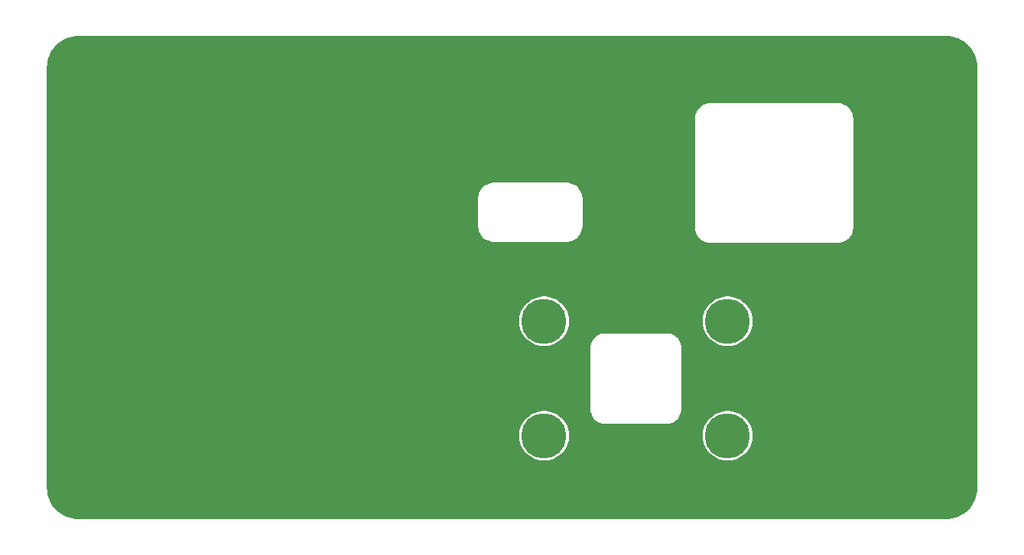
<source format=gbr>
%TF.GenerationSoftware,KiCad,Pcbnew,9.0.2*%
%TF.CreationDate,2025-05-19T10:18:23-04:00*%
%TF.ProjectId,frontPanel,66726f6e-7450-4616-9e65-6c2e6b696361,1*%
%TF.SameCoordinates,Original*%
%TF.FileFunction,Copper,L2,Bot*%
%TF.FilePolarity,Positive*%
%FSLAX46Y46*%
G04 Gerber Fmt 4.6, Leading zero omitted, Abs format (unit mm)*
G04 Created by KiCad (PCBNEW 9.0.2) date 2025-05-19 10:18:23*
%MOMM*%
%LPD*%
G01*
G04 APERTURE LIST*
%TA.AperFunction,SMDPad,CuDef*%
%ADD10C,12.750000*%
%TD*%
%TA.AperFunction,ComponentPad*%
%ADD11C,6.000000*%
%TD*%
%TA.AperFunction,ComponentPad*%
%ADD12C,5.000000*%
%TD*%
G04 APERTURE END LIST*
D10*
%TO.P,J1,1*%
%TO.N,GND*%
X106000000Y-96860000D03*
%TD*%
D11*
%TO.P,J6,1*%
%TO.N,GND*%
X190010000Y-84735000D03*
%TD*%
D12*
%TO.P,J9,1*%
%TO.N,unconnected-(J9-Pad1)_1*%
X145540000Y-112150000D03*
%TO.P,J9,2*%
%TO.N,unconnected-(J9-Pad1)_2*%
X165860000Y-112150000D03*
%TO.P,J9,3*%
%TO.N,unconnected-(J9-Pad1)*%
X165860000Y-124850000D03*
%TO.P,J9,4*%
%TO.N,unconnected-(J9-Pad1)_3*%
X145540000Y-124850000D03*
%TD*%
D11*
%TO.P,J4,1*%
%TO.N,GND*%
X159000000Y-91210000D03*
%TO.P,J4,2*%
X183000000Y-100210000D03*
%TD*%
D10*
%TO.P,J2,1*%
%TO.N,GND*%
X124000000Y-96860000D03*
%TD*%
D11*
%TO.P,J5,1*%
%TO.N,GND*%
X93990000Y-84735000D03*
%TD*%
%TO.P,J7,1*%
%TO.N,GND*%
X190010000Y-129875000D03*
%TD*%
%TO.P,J8,1*%
%TO.N,GND*%
X93990000Y-129875000D03*
%TD*%
D12*
%TO.P,J3,1*%
%TO.N,GND*%
X134750000Y-100060000D03*
%TO.P,J3,2*%
X153250000Y-100060000D03*
%TD*%
%TA.AperFunction,Conductor*%
%TO.N,GND*%
G36*
X190013032Y-80500648D02*
G01*
X190345949Y-80517004D01*
X190358058Y-80518197D01*
X190684741Y-80566656D01*
X190696675Y-80569030D01*
X191017036Y-80649276D01*
X191028675Y-80652806D01*
X191339649Y-80764073D01*
X191350870Y-80768721D01*
X191649440Y-80909935D01*
X191660168Y-80915670D01*
X191943432Y-81085452D01*
X191953550Y-81092212D01*
X192218826Y-81288954D01*
X192228232Y-81296674D01*
X192472943Y-81518467D01*
X192481532Y-81527056D01*
X192524948Y-81574958D01*
X192703325Y-81771767D01*
X192711045Y-81781173D01*
X192907787Y-82046449D01*
X192914547Y-82056567D01*
X193084329Y-82339831D01*
X193090066Y-82350563D01*
X193231273Y-82649118D01*
X193235930Y-82660361D01*
X193347191Y-82971318D01*
X193350723Y-82982963D01*
X193430969Y-83303324D01*
X193433343Y-83315258D01*
X193481802Y-83641941D01*
X193482995Y-83654051D01*
X193499351Y-83986966D01*
X193499500Y-83993051D01*
X193499500Y-130616948D01*
X193499351Y-130623033D01*
X193482995Y-130955948D01*
X193481802Y-130968058D01*
X193433343Y-131294741D01*
X193430969Y-131306675D01*
X193350723Y-131627036D01*
X193347191Y-131638681D01*
X193235930Y-131949638D01*
X193231273Y-131960881D01*
X193090066Y-132259436D01*
X193084329Y-132270168D01*
X192914547Y-132553432D01*
X192907787Y-132563550D01*
X192711045Y-132828826D01*
X192703325Y-132838232D01*
X192481540Y-133082935D01*
X192472935Y-133091540D01*
X192228232Y-133313325D01*
X192218826Y-133321045D01*
X191953550Y-133517787D01*
X191943432Y-133524547D01*
X191660168Y-133694329D01*
X191649436Y-133700066D01*
X191350881Y-133841273D01*
X191339638Y-133845930D01*
X191028681Y-133957191D01*
X191017036Y-133960723D01*
X190696675Y-134040969D01*
X190684741Y-134043343D01*
X190358058Y-134091802D01*
X190345948Y-134092995D01*
X190032329Y-134108403D01*
X190013031Y-134109351D01*
X190006949Y-134109500D01*
X93993051Y-134109500D01*
X93986968Y-134109351D01*
X93966545Y-134108347D01*
X93654051Y-134092995D01*
X93641941Y-134091802D01*
X93315258Y-134043343D01*
X93303324Y-134040969D01*
X92982963Y-133960723D01*
X92971318Y-133957191D01*
X92660361Y-133845930D01*
X92649118Y-133841273D01*
X92350563Y-133700066D01*
X92339831Y-133694329D01*
X92056567Y-133524547D01*
X92046449Y-133517787D01*
X91781173Y-133321045D01*
X91771767Y-133313325D01*
X91732609Y-133277834D01*
X91527056Y-133091532D01*
X91518467Y-133082943D01*
X91296674Y-132838232D01*
X91288954Y-132828826D01*
X91092212Y-132563550D01*
X91085452Y-132553432D01*
X90915670Y-132270168D01*
X90909933Y-132259436D01*
X90773799Y-131971606D01*
X90768721Y-131960870D01*
X90764073Y-131949649D01*
X90652806Y-131638675D01*
X90649276Y-131627036D01*
X90569030Y-131306675D01*
X90566656Y-131294741D01*
X90518197Y-130968058D01*
X90517004Y-130955947D01*
X90500649Y-130623032D01*
X90500500Y-130616948D01*
X90500500Y-124695528D01*
X142789500Y-124695528D01*
X142789500Y-125004471D01*
X142824086Y-125311437D01*
X142824089Y-125311455D01*
X142892831Y-125612635D01*
X142892835Y-125612647D01*
X142994862Y-125904222D01*
X142994868Y-125904236D01*
X143128903Y-126182562D01*
X143128905Y-126182565D01*
X143293265Y-126444143D01*
X143485880Y-126685674D01*
X143704326Y-126904120D01*
X143945857Y-127096735D01*
X144207435Y-127261095D01*
X144485771Y-127395135D01*
X144485777Y-127395137D01*
X144777352Y-127497164D01*
X144777364Y-127497168D01*
X145078548Y-127565911D01*
X145078554Y-127565911D01*
X145078562Y-127565913D01*
X145283206Y-127588970D01*
X145385529Y-127600499D01*
X145385532Y-127600500D01*
X145385535Y-127600500D01*
X145694468Y-127600500D01*
X145694469Y-127600499D01*
X145851356Y-127582822D01*
X146001437Y-127565913D01*
X146001442Y-127565912D01*
X146001452Y-127565911D01*
X146302636Y-127497168D01*
X146594229Y-127395135D01*
X146872565Y-127261095D01*
X147134143Y-127096735D01*
X147375674Y-126904120D01*
X147594120Y-126685674D01*
X147786735Y-126444143D01*
X147951095Y-126182565D01*
X148085135Y-125904229D01*
X148187168Y-125612636D01*
X148255911Y-125311452D01*
X148290500Y-125004465D01*
X148290500Y-124695535D01*
X148290499Y-124695528D01*
X163109500Y-124695528D01*
X163109500Y-125004471D01*
X163144086Y-125311437D01*
X163144089Y-125311455D01*
X163212831Y-125612635D01*
X163212835Y-125612647D01*
X163314862Y-125904222D01*
X163314868Y-125904236D01*
X163448903Y-126182562D01*
X163448905Y-126182565D01*
X163613265Y-126444143D01*
X163805880Y-126685674D01*
X164024326Y-126904120D01*
X164265857Y-127096735D01*
X164527435Y-127261095D01*
X164805771Y-127395135D01*
X164805777Y-127395137D01*
X165097352Y-127497164D01*
X165097364Y-127497168D01*
X165398548Y-127565911D01*
X165398554Y-127565911D01*
X165398562Y-127565913D01*
X165603206Y-127588970D01*
X165705529Y-127600499D01*
X165705532Y-127600500D01*
X165705535Y-127600500D01*
X166014468Y-127600500D01*
X166014469Y-127600499D01*
X166171356Y-127582822D01*
X166321437Y-127565913D01*
X166321442Y-127565912D01*
X166321452Y-127565911D01*
X166622636Y-127497168D01*
X166914229Y-127395135D01*
X167192565Y-127261095D01*
X167454143Y-127096735D01*
X167695674Y-126904120D01*
X167914120Y-126685674D01*
X168106735Y-126444143D01*
X168271095Y-126182565D01*
X168405135Y-125904229D01*
X168507168Y-125612636D01*
X168575911Y-125311452D01*
X168610500Y-125004465D01*
X168610500Y-124695535D01*
X168575911Y-124388548D01*
X168507168Y-124087364D01*
X168405135Y-123795771D01*
X168271095Y-123517435D01*
X168106735Y-123255857D01*
X167914120Y-123014326D01*
X167695674Y-122795880D01*
X167454143Y-122603265D01*
X167192565Y-122438905D01*
X167192562Y-122438903D01*
X166914236Y-122304868D01*
X166914222Y-122304862D01*
X166622647Y-122202835D01*
X166622635Y-122202831D01*
X166321455Y-122134089D01*
X166321437Y-122134086D01*
X166014471Y-122099500D01*
X166014465Y-122099500D01*
X165705535Y-122099500D01*
X165705528Y-122099500D01*
X165398562Y-122134086D01*
X165398544Y-122134089D01*
X165097364Y-122202831D01*
X165097352Y-122202835D01*
X164805777Y-122304862D01*
X164805763Y-122304868D01*
X164527437Y-122438903D01*
X164265858Y-122603264D01*
X164024326Y-122795879D01*
X163805879Y-123014326D01*
X163613264Y-123255858D01*
X163448903Y-123517437D01*
X163314868Y-123795763D01*
X163314862Y-123795777D01*
X163212835Y-124087352D01*
X163212831Y-124087364D01*
X163144089Y-124388544D01*
X163144086Y-124388562D01*
X163109500Y-124695528D01*
X148290499Y-124695528D01*
X148255911Y-124388548D01*
X148187168Y-124087364D01*
X148085135Y-123795771D01*
X147951095Y-123517435D01*
X147786735Y-123255857D01*
X147594120Y-123014326D01*
X147375674Y-122795880D01*
X147134143Y-122603265D01*
X146872565Y-122438905D01*
X146872562Y-122438903D01*
X146594236Y-122304868D01*
X146594222Y-122304862D01*
X146302647Y-122202835D01*
X146302635Y-122202831D01*
X146001455Y-122134089D01*
X146001437Y-122134086D01*
X145694471Y-122099500D01*
X145694465Y-122099500D01*
X145385535Y-122099500D01*
X145385528Y-122099500D01*
X145078562Y-122134086D01*
X145078544Y-122134089D01*
X144777364Y-122202831D01*
X144777352Y-122202835D01*
X144485777Y-122304862D01*
X144485763Y-122304868D01*
X144207437Y-122438903D01*
X143945858Y-122603264D01*
X143704326Y-122795879D01*
X143485879Y-123014326D01*
X143293264Y-123255858D01*
X143128903Y-123517437D01*
X142994868Y-123795763D01*
X142994862Y-123795777D01*
X142892835Y-124087352D01*
X142892831Y-124087364D01*
X142824089Y-124388544D01*
X142824086Y-124388562D01*
X142789500Y-124695528D01*
X90500500Y-124695528D01*
X90500500Y-111995528D01*
X142789500Y-111995528D01*
X142789500Y-112304471D01*
X142824086Y-112611437D01*
X142824089Y-112611455D01*
X142892831Y-112912635D01*
X142892835Y-112912647D01*
X142994862Y-113204222D01*
X142994868Y-113204236D01*
X143128903Y-113482562D01*
X143128905Y-113482565D01*
X143293265Y-113744143D01*
X143436963Y-113924334D01*
X143446485Y-113936275D01*
X143485880Y-113985674D01*
X143704326Y-114204120D01*
X143945857Y-114396735D01*
X144207435Y-114561095D01*
X144485771Y-114695135D01*
X144485777Y-114695137D01*
X144777352Y-114797164D01*
X144777364Y-114797168D01*
X145078548Y-114865911D01*
X145078554Y-114865911D01*
X145078562Y-114865913D01*
X145282147Y-114888851D01*
X145385529Y-114900499D01*
X145385532Y-114900500D01*
X145385535Y-114900500D01*
X145694468Y-114900500D01*
X145694469Y-114900499D01*
X145763846Y-114892682D01*
X150699500Y-114892682D01*
X150699500Y-122107317D01*
X150730044Y-122319764D01*
X150730047Y-122319774D01*
X150790517Y-122525715D01*
X150879672Y-122720938D01*
X150879679Y-122720951D01*
X150995720Y-122901514D01*
X151136275Y-123063724D01*
X151260277Y-123171172D01*
X151298487Y-123204281D01*
X151378743Y-123255858D01*
X151479048Y-123320320D01*
X151479061Y-123320327D01*
X151674284Y-123409482D01*
X151674288Y-123409483D01*
X151674290Y-123409484D01*
X151880231Y-123469954D01*
X151880232Y-123469954D01*
X151880235Y-123469955D01*
X151943584Y-123479062D01*
X152092682Y-123500500D01*
X152092683Y-123500500D01*
X159307317Y-123500500D01*
X159307318Y-123500500D01*
X159477851Y-123475980D01*
X159519764Y-123469955D01*
X159519765Y-123469954D01*
X159519769Y-123469954D01*
X159725710Y-123409484D01*
X159725713Y-123409482D01*
X159725715Y-123409482D01*
X159920938Y-123320327D01*
X159920944Y-123320323D01*
X159920950Y-123320321D01*
X160101513Y-123204281D01*
X160263724Y-123063724D01*
X160404281Y-122901513D01*
X160520321Y-122720950D01*
X160520323Y-122720944D01*
X160520327Y-122720938D01*
X160609482Y-122525715D01*
X160609482Y-122525713D01*
X160609484Y-122525710D01*
X160669954Y-122319769D01*
X160672097Y-122304868D01*
X160675980Y-122277851D01*
X160700500Y-122107318D01*
X160700500Y-122000000D01*
X160700500Y-121934108D01*
X160700500Y-114934108D01*
X160700500Y-114892682D01*
X160672097Y-114695135D01*
X160669955Y-114680235D01*
X160669952Y-114680225D01*
X160634973Y-114561096D01*
X160609484Y-114474290D01*
X160609483Y-114474288D01*
X160609482Y-114474284D01*
X160520327Y-114279061D01*
X160520320Y-114279048D01*
X160472167Y-114204120D01*
X160404281Y-114098487D01*
X160306527Y-113985673D01*
X160263724Y-113936275D01*
X160101514Y-113795720D01*
X160101513Y-113795719D01*
X160021256Y-113744141D01*
X159920951Y-113679679D01*
X159920938Y-113679672D01*
X159725715Y-113590517D01*
X159519774Y-113530047D01*
X159519764Y-113530044D01*
X159328754Y-113502582D01*
X159307318Y-113499500D01*
X159200000Y-113499500D01*
X159134108Y-113499500D01*
X159134107Y-113499500D01*
X152265895Y-113499500D01*
X152265892Y-113499500D01*
X152200000Y-113499500D01*
X152092682Y-113499500D01*
X151880235Y-113530044D01*
X151880225Y-113530047D01*
X151674284Y-113590517D01*
X151479061Y-113679672D01*
X151479048Y-113679679D01*
X151298485Y-113795720D01*
X151136275Y-113936275D01*
X150995720Y-114098485D01*
X150879679Y-114279048D01*
X150879672Y-114279061D01*
X150790517Y-114474284D01*
X150730047Y-114680225D01*
X150730044Y-114680235D01*
X150699500Y-114892682D01*
X145763846Y-114892682D01*
X145851356Y-114882822D01*
X146001437Y-114865913D01*
X146001442Y-114865912D01*
X146001452Y-114865911D01*
X146302636Y-114797168D01*
X146315009Y-114792838D01*
X146376816Y-114771212D01*
X146513071Y-114723533D01*
X146594229Y-114695135D01*
X146872565Y-114561095D01*
X147134143Y-114396735D01*
X147375674Y-114204120D01*
X147594120Y-113985674D01*
X147786735Y-113744143D01*
X147951095Y-113482565D01*
X148085135Y-113204229D01*
X148187168Y-112912636D01*
X148255911Y-112611452D01*
X148290500Y-112304465D01*
X148290500Y-111995535D01*
X148290499Y-111995528D01*
X163109500Y-111995528D01*
X163109500Y-112304471D01*
X163144086Y-112611437D01*
X163144089Y-112611455D01*
X163212831Y-112912635D01*
X163212835Y-112912647D01*
X163314862Y-113204222D01*
X163314868Y-113204236D01*
X163448903Y-113482562D01*
X163448905Y-113482565D01*
X163613265Y-113744143D01*
X163756963Y-113924334D01*
X163766485Y-113936275D01*
X163805880Y-113985674D01*
X164024326Y-114204120D01*
X164265857Y-114396735D01*
X164527435Y-114561095D01*
X164805771Y-114695135D01*
X164805777Y-114695137D01*
X165097352Y-114797164D01*
X165097364Y-114797168D01*
X165398548Y-114865911D01*
X165398554Y-114865911D01*
X165398562Y-114865913D01*
X165602147Y-114888851D01*
X165705529Y-114900499D01*
X165705532Y-114900500D01*
X165705535Y-114900500D01*
X166014468Y-114900500D01*
X166014469Y-114900499D01*
X166171356Y-114882822D01*
X166321437Y-114865913D01*
X166321442Y-114865912D01*
X166321452Y-114865911D01*
X166622636Y-114797168D01*
X166914229Y-114695135D01*
X167192565Y-114561095D01*
X167454143Y-114396735D01*
X167695674Y-114204120D01*
X167914120Y-113985674D01*
X168106735Y-113744143D01*
X168271095Y-113482565D01*
X168405135Y-113204229D01*
X168507168Y-112912636D01*
X168575911Y-112611452D01*
X168610500Y-112304465D01*
X168610500Y-111995535D01*
X168575911Y-111688548D01*
X168507168Y-111387364D01*
X168405135Y-111095771D01*
X168271095Y-110817435D01*
X168106735Y-110555857D01*
X167914120Y-110314326D01*
X167695674Y-110095880D01*
X167454143Y-109903265D01*
X167192565Y-109738905D01*
X167192562Y-109738903D01*
X166914236Y-109604868D01*
X166914222Y-109604862D01*
X166622647Y-109502835D01*
X166622635Y-109502831D01*
X166321455Y-109434089D01*
X166321437Y-109434086D01*
X166014471Y-109399500D01*
X166014465Y-109399500D01*
X165705535Y-109399500D01*
X165705528Y-109399500D01*
X165398562Y-109434086D01*
X165398544Y-109434089D01*
X165097364Y-109502831D01*
X165097352Y-109502835D01*
X164805777Y-109604862D01*
X164805763Y-109604868D01*
X164527437Y-109738903D01*
X164265858Y-109903264D01*
X164024326Y-110095879D01*
X163805879Y-110314326D01*
X163613264Y-110555858D01*
X163448903Y-110817437D01*
X163314868Y-111095763D01*
X163314862Y-111095777D01*
X163212835Y-111387352D01*
X163212831Y-111387364D01*
X163144089Y-111688544D01*
X163144086Y-111688562D01*
X163109500Y-111995528D01*
X148290499Y-111995528D01*
X148255911Y-111688548D01*
X148187168Y-111387364D01*
X148085135Y-111095771D01*
X147951095Y-110817435D01*
X147786735Y-110555857D01*
X147594120Y-110314326D01*
X147375674Y-110095880D01*
X147134143Y-109903265D01*
X146872565Y-109738905D01*
X146872562Y-109738903D01*
X146594236Y-109604868D01*
X146594222Y-109604862D01*
X146302647Y-109502835D01*
X146302635Y-109502831D01*
X146001455Y-109434089D01*
X146001437Y-109434086D01*
X145694471Y-109399500D01*
X145694465Y-109399500D01*
X145385535Y-109399500D01*
X145385528Y-109399500D01*
X145078562Y-109434086D01*
X145078544Y-109434089D01*
X144777364Y-109502831D01*
X144777352Y-109502835D01*
X144485777Y-109604862D01*
X144485763Y-109604868D01*
X144207437Y-109738903D01*
X143945858Y-109903264D01*
X143704326Y-110095879D01*
X143485879Y-110314326D01*
X143293264Y-110555858D01*
X143128903Y-110817437D01*
X142994868Y-111095763D01*
X142994862Y-111095777D01*
X142892835Y-111387352D01*
X142892831Y-111387364D01*
X142824089Y-111688544D01*
X142824086Y-111688562D01*
X142789500Y-111995528D01*
X90500500Y-111995528D01*
X90500500Y-94640829D01*
X100945974Y-94640829D01*
X100946271Y-94644797D01*
X100946271Y-94644802D01*
X100949153Y-94683223D01*
X100949500Y-94692496D01*
X100949500Y-99027515D01*
X100949153Y-99036787D01*
X100945974Y-99079169D01*
X100947339Y-99086380D01*
X100949500Y-99109430D01*
X100949500Y-99116784D01*
X100957378Y-99146186D01*
X100961707Y-99162342D01*
X100970469Y-99208659D01*
X100978694Y-99225742D01*
X100981701Y-99236964D01*
X100981703Y-99236968D01*
X100983607Y-99244076D01*
X101004910Y-99280974D01*
X101009233Y-99289151D01*
X101099229Y-99475948D01*
X101099232Y-99475953D01*
X101333315Y-99873767D01*
X101333320Y-99873774D01*
X101599617Y-100250776D01*
X101599625Y-100250786D01*
X101599630Y-100250793D01*
X101896320Y-100604402D01*
X102221342Y-100932159D01*
X102572452Y-101231802D01*
X102572466Y-101231812D01*
X102947216Y-101501255D01*
X102947229Y-101501263D01*
X103343064Y-101738670D01*
X103343076Y-101738677D01*
X103757271Y-101942411D01*
X104186949Y-102111055D01*
X104629144Y-102243446D01*
X105080804Y-102338669D01*
X105538810Y-102396067D01*
X106000000Y-102415244D01*
X106461190Y-102396067D01*
X106919196Y-102338669D01*
X107370856Y-102243446D01*
X107813051Y-102111055D01*
X108242729Y-101942411D01*
X108656924Y-101738677D01*
X109052774Y-101501261D01*
X109052778Y-101501257D01*
X109052783Y-101501255D01*
X109339061Y-101295423D01*
X109427548Y-101231802D01*
X109778658Y-100932159D01*
X110103680Y-100604402D01*
X110400370Y-100250793D01*
X110666680Y-99873774D01*
X110900771Y-99475948D01*
X110992775Y-99284981D01*
X111016392Y-99244076D01*
X111021303Y-99225746D01*
X111029531Y-99208659D01*
X111037430Y-99166896D01*
X111039494Y-99157855D01*
X111050499Y-99116784D01*
X111050500Y-99116782D01*
X111050500Y-99097805D01*
X111054025Y-99079171D01*
X111050500Y-99032160D01*
X111050500Y-94692496D01*
X111050847Y-94683223D01*
X111053728Y-94644802D01*
X111054026Y-94640829D01*
X118945974Y-94640829D01*
X118946271Y-94644797D01*
X118946271Y-94644802D01*
X118949153Y-94683223D01*
X118949500Y-94692496D01*
X118949500Y-99027515D01*
X118949153Y-99036787D01*
X118945974Y-99079169D01*
X118947339Y-99086380D01*
X118949500Y-99109430D01*
X118949500Y-99116784D01*
X118957378Y-99146186D01*
X118961707Y-99162342D01*
X118970469Y-99208659D01*
X118978694Y-99225742D01*
X118981701Y-99236964D01*
X118981703Y-99236968D01*
X118983607Y-99244076D01*
X119004910Y-99280974D01*
X119009233Y-99289151D01*
X119099229Y-99475948D01*
X119099232Y-99475953D01*
X119333315Y-99873767D01*
X119333320Y-99873774D01*
X119599617Y-100250776D01*
X119599625Y-100250786D01*
X119599630Y-100250793D01*
X119896320Y-100604402D01*
X120221342Y-100932159D01*
X120572452Y-101231802D01*
X120572466Y-101231812D01*
X120947216Y-101501255D01*
X120947229Y-101501263D01*
X121343064Y-101738670D01*
X121343076Y-101738677D01*
X121757271Y-101942411D01*
X122186949Y-102111055D01*
X122629144Y-102243446D01*
X123080804Y-102338669D01*
X123538810Y-102396067D01*
X124000000Y-102415244D01*
X124461190Y-102396067D01*
X124919196Y-102338669D01*
X125370856Y-102243446D01*
X125813051Y-102111055D01*
X126242729Y-101942411D01*
X126656924Y-101738677D01*
X127052774Y-101501261D01*
X127052778Y-101501257D01*
X127052783Y-101501255D01*
X127339061Y-101295423D01*
X127427548Y-101231802D01*
X127778658Y-100932159D01*
X128103680Y-100604402D01*
X128400370Y-100250793D01*
X128666680Y-99873774D01*
X128900771Y-99475948D01*
X128992775Y-99284981D01*
X129016392Y-99244076D01*
X129021303Y-99225746D01*
X129029531Y-99208659D01*
X129037430Y-99166896D01*
X129039494Y-99157855D01*
X129050499Y-99116784D01*
X129050500Y-99116782D01*
X129050500Y-99097805D01*
X129054025Y-99079171D01*
X129050500Y-99032160D01*
X129050500Y-98409803D01*
X138224500Y-98409803D01*
X138224500Y-101710196D01*
X138260135Y-101958044D01*
X138260136Y-101958048D01*
X138330676Y-102198291D01*
X138330678Y-102198297D01*
X138434695Y-102426061D01*
X138434705Y-102426079D01*
X138570068Y-102636708D01*
X138570072Y-102636714D01*
X138734047Y-102825952D01*
X138923285Y-102989927D01*
X138923291Y-102989931D01*
X139133920Y-103125294D01*
X139133928Y-103125298D01*
X139133932Y-103125301D01*
X139133935Y-103125302D01*
X139133938Y-103125304D01*
X139361702Y-103229321D01*
X139361708Y-103229323D01*
X139564788Y-103288951D01*
X139601954Y-103299864D01*
X139849802Y-103335500D01*
X139849803Y-103335500D01*
X148150197Y-103335500D01*
X148150198Y-103335500D01*
X148398046Y-103299864D01*
X148526803Y-103262057D01*
X148638291Y-103229323D01*
X148638297Y-103229321D01*
X148638297Y-103229320D01*
X148638300Y-103229320D01*
X148866068Y-103125301D01*
X149076715Y-102989927D01*
X149265952Y-102825952D01*
X149429927Y-102636715D01*
X149565301Y-102426068D01*
X149669320Y-102198300D01*
X149739864Y-101958046D01*
X149775500Y-101710198D01*
X149775500Y-101585000D01*
X149775500Y-101519108D01*
X149775500Y-98469110D01*
X149775500Y-98409802D01*
X149739864Y-98161954D01*
X149693786Y-98005023D01*
X149669323Y-97921708D01*
X149669321Y-97921702D01*
X149565304Y-97693938D01*
X149565294Y-97693920D01*
X149429931Y-97483291D01*
X149429927Y-97483285D01*
X149265952Y-97294047D01*
X149076714Y-97130072D01*
X149076708Y-97130068D01*
X148866079Y-96994705D01*
X148866061Y-96994695D01*
X148638297Y-96890678D01*
X148638291Y-96890676D01*
X148398048Y-96820136D01*
X148398044Y-96820135D01*
X148221468Y-96794747D01*
X148150198Y-96784500D01*
X148090890Y-96784500D01*
X140040892Y-96784500D01*
X139975000Y-96784500D01*
X139849802Y-96784500D01*
X139814167Y-96789623D01*
X139601955Y-96820135D01*
X139601951Y-96820136D01*
X139361708Y-96890676D01*
X139361702Y-96890678D01*
X139133938Y-96994695D01*
X139133920Y-96994705D01*
X138923291Y-97130068D01*
X138923285Y-97130072D01*
X138734047Y-97294047D01*
X138570072Y-97483285D01*
X138570068Y-97483291D01*
X138434705Y-97693920D01*
X138434695Y-97693938D01*
X138330678Y-97921702D01*
X138330676Y-97921708D01*
X138260136Y-98161951D01*
X138260135Y-98161955D01*
X138224500Y-98409803D01*
X129050500Y-98409803D01*
X129050500Y-94687852D01*
X129054026Y-94640829D01*
X129050500Y-94622188D01*
X129050500Y-94603218D01*
X129038295Y-94557670D01*
X129029532Y-94511341D01*
X129021302Y-94494249D01*
X129018293Y-94483018D01*
X129018293Y-94483017D01*
X129018292Y-94483015D01*
X129016392Y-94475923D01*
X128995092Y-94439030D01*
X128990768Y-94430850D01*
X128900782Y-94244072D01*
X128900772Y-94244053D01*
X128900772Y-94244052D01*
X128770564Y-94022770D01*
X128666685Y-93846232D01*
X128666680Y-93846225D01*
X128666679Y-93846224D01*
X128472803Y-93571750D01*
X128400383Y-93469223D01*
X128400377Y-93469215D01*
X128400371Y-93469207D01*
X128103681Y-93115598D01*
X127778659Y-92787841D01*
X127427549Y-92488198D01*
X127427534Y-92488187D01*
X127052784Y-92218743D01*
X127052771Y-92218735D01*
X126656936Y-91981328D01*
X126656907Y-91981313D01*
X126426346Y-91867905D01*
X126242730Y-91777588D01*
X125813052Y-91608944D01*
X125813046Y-91608942D01*
X125813043Y-91608941D01*
X125370856Y-91476553D01*
X124919196Y-91381330D01*
X124461190Y-91323932D01*
X124461186Y-91323931D01*
X124461181Y-91323931D01*
X124000000Y-91304755D01*
X123538818Y-91323931D01*
X123538812Y-91323931D01*
X123538810Y-91323932D01*
X123233472Y-91362197D01*
X123080803Y-91381330D01*
X122629143Y-91476553D01*
X122186956Y-91608941D01*
X122186955Y-91608941D01*
X121954856Y-91700037D01*
X121757270Y-91777588D01*
X121757268Y-91777589D01*
X121343092Y-91981313D01*
X121343063Y-91981328D01*
X120947228Y-92218735D01*
X120947215Y-92218743D01*
X120572465Y-92488187D01*
X120572435Y-92488211D01*
X120221340Y-92787841D01*
X119896324Y-93115593D01*
X119896315Y-93115602D01*
X119599628Y-93469208D01*
X119599616Y-93469223D01*
X119333320Y-93846224D01*
X119099232Y-94244044D01*
X119099228Y-94244050D01*
X119099228Y-94244052D01*
X119080774Y-94282353D01*
X119009226Y-94430860D01*
X119007841Y-94433734D01*
X119007218Y-94435029D01*
X118983608Y-94475924D01*
X118978697Y-94494249D01*
X118973651Y-94504730D01*
X118973649Y-94504731D01*
X118970467Y-94511341D01*
X118962566Y-94553110D01*
X118960502Y-94562153D01*
X118949500Y-94603212D01*
X118949500Y-94610562D01*
X118948511Y-94621105D01*
X118948610Y-94625393D01*
X118948111Y-94629526D01*
X118945974Y-94640829D01*
X111054026Y-94640829D01*
X111051887Y-94629523D01*
X111051390Y-94625393D01*
X111051710Y-94623476D01*
X111050500Y-94610562D01*
X111050500Y-94603219D01*
X111039496Y-94562153D01*
X111039496Y-94562152D01*
X111038294Y-94557669D01*
X111029532Y-94511341D01*
X111021302Y-94494249D01*
X111018293Y-94483018D01*
X111018293Y-94483017D01*
X111018292Y-94483015D01*
X111016392Y-94475923D01*
X110995092Y-94439030D01*
X110990768Y-94430850D01*
X110900782Y-94244072D01*
X110900772Y-94244053D01*
X110900772Y-94244052D01*
X110770564Y-94022770D01*
X110666685Y-93846232D01*
X110666680Y-93846225D01*
X110666679Y-93846224D01*
X110472803Y-93571750D01*
X110400383Y-93469223D01*
X110400377Y-93469215D01*
X110400371Y-93469207D01*
X110103681Y-93115598D01*
X109778659Y-92787841D01*
X109427549Y-92488198D01*
X109427534Y-92488187D01*
X109052784Y-92218743D01*
X109052771Y-92218735D01*
X108656936Y-91981328D01*
X108656907Y-91981313D01*
X108426346Y-91867905D01*
X108242730Y-91777588D01*
X107813052Y-91608944D01*
X107813046Y-91608942D01*
X107813043Y-91608941D01*
X107370856Y-91476553D01*
X106919196Y-91381330D01*
X106461190Y-91323932D01*
X106461186Y-91323931D01*
X106461181Y-91323931D01*
X106000000Y-91304755D01*
X105538818Y-91323931D01*
X105538812Y-91323931D01*
X105538810Y-91323932D01*
X105233472Y-91362197D01*
X105080803Y-91381330D01*
X104629143Y-91476553D01*
X104186956Y-91608941D01*
X104186955Y-91608941D01*
X103954856Y-91700037D01*
X103757270Y-91777588D01*
X103757268Y-91777589D01*
X103343092Y-91981313D01*
X103343063Y-91981328D01*
X102947228Y-92218735D01*
X102947215Y-92218743D01*
X102572465Y-92488187D01*
X102572435Y-92488211D01*
X102221340Y-92787841D01*
X101896324Y-93115593D01*
X101896315Y-93115602D01*
X101599628Y-93469208D01*
X101599616Y-93469223D01*
X101333320Y-93846224D01*
X101099232Y-94244044D01*
X101099228Y-94244050D01*
X101099228Y-94244052D01*
X101080774Y-94282353D01*
X101009226Y-94430860D01*
X101007841Y-94433734D01*
X101007218Y-94435029D01*
X100983608Y-94475924D01*
X100978697Y-94494249D01*
X100973651Y-94504730D01*
X100973649Y-94504731D01*
X100970467Y-94511341D01*
X100962566Y-94553110D01*
X100960502Y-94562153D01*
X100949500Y-94603212D01*
X100949500Y-94610562D01*
X100948511Y-94621105D01*
X100948610Y-94625393D01*
X100948111Y-94629526D01*
X100945974Y-94640829D01*
X90500500Y-94640829D01*
X90500500Y-89616995D01*
X162224500Y-89616995D01*
X162224500Y-101803004D01*
X162224501Y-101803020D01*
X162255306Y-102037010D01*
X162316394Y-102264993D01*
X162406714Y-102483045D01*
X162406719Y-102483056D01*
X162477677Y-102605957D01*
X162524727Y-102687450D01*
X162524729Y-102687453D01*
X162524730Y-102687454D01*
X162668406Y-102874697D01*
X162668412Y-102874704D01*
X162835295Y-103041587D01*
X162835301Y-103041592D01*
X163022550Y-103185273D01*
X163153918Y-103261118D01*
X163226943Y-103303280D01*
X163226948Y-103303282D01*
X163226951Y-103303284D01*
X163445007Y-103393606D01*
X163672986Y-103454693D01*
X163906989Y-103485500D01*
X163906996Y-103485500D01*
X178093004Y-103485500D01*
X178093011Y-103485500D01*
X178327014Y-103454693D01*
X178554993Y-103393606D01*
X178773049Y-103303284D01*
X178977450Y-103185273D01*
X179164699Y-103041592D01*
X179331592Y-102874699D01*
X179475273Y-102687450D01*
X179593284Y-102483049D01*
X179683606Y-102264993D01*
X179744693Y-102037014D01*
X179775500Y-101803011D01*
X179775500Y-101685000D01*
X179775500Y-101619108D01*
X179775500Y-89669108D01*
X179775500Y-89616989D01*
X179744693Y-89382986D01*
X179683606Y-89155007D01*
X179593284Y-88936951D01*
X179593282Y-88936948D01*
X179593280Y-88936943D01*
X179551118Y-88863918D01*
X179475273Y-88732550D01*
X179331592Y-88545301D01*
X179331587Y-88545295D01*
X179164704Y-88378412D01*
X179164697Y-88378406D01*
X178977454Y-88234730D01*
X178977453Y-88234729D01*
X178977450Y-88234727D01*
X178895957Y-88187677D01*
X178773056Y-88116719D01*
X178773045Y-88116714D01*
X178554993Y-88026394D01*
X178327010Y-87965306D01*
X178093020Y-87934501D01*
X178093017Y-87934500D01*
X178093011Y-87934500D01*
X178040892Y-87934500D01*
X164090892Y-87934500D01*
X164025000Y-87934500D01*
X163906989Y-87934500D01*
X163906983Y-87934500D01*
X163906979Y-87934501D01*
X163672989Y-87965306D01*
X163445006Y-88026394D01*
X163226954Y-88116714D01*
X163226943Y-88116719D01*
X163022545Y-88234730D01*
X162835302Y-88378406D01*
X162835295Y-88378412D01*
X162668412Y-88545295D01*
X162668406Y-88545302D01*
X162524730Y-88732545D01*
X162406719Y-88936943D01*
X162406714Y-88936954D01*
X162316394Y-89155006D01*
X162255306Y-89382989D01*
X162224501Y-89616979D01*
X162224500Y-89616995D01*
X90500500Y-89616995D01*
X90500500Y-83993051D01*
X90500649Y-83986967D01*
X90517004Y-83654052D01*
X90518197Y-83641941D01*
X90566656Y-83315258D01*
X90569030Y-83303324D01*
X90649276Y-82982963D01*
X90652804Y-82971329D01*
X90764076Y-82660343D01*
X90768718Y-82649136D01*
X90909939Y-82350551D01*
X90915663Y-82339842D01*
X91085460Y-82056554D01*
X91092203Y-82046461D01*
X91288962Y-81781162D01*
X91296665Y-81771777D01*
X91518476Y-81527046D01*
X91527046Y-81518476D01*
X91771777Y-81296665D01*
X91781162Y-81288962D01*
X92046461Y-81092203D01*
X92056554Y-81085460D01*
X92339842Y-80915663D01*
X92350551Y-80909939D01*
X92649136Y-80768718D01*
X92660343Y-80764076D01*
X92971329Y-80652804D01*
X92982956Y-80649278D01*
X93303324Y-80569030D01*
X93315255Y-80566656D01*
X93641944Y-80518196D01*
X93654048Y-80517004D01*
X93986967Y-80500648D01*
X93993051Y-80500500D01*
X94055892Y-80500500D01*
X189944108Y-80500500D01*
X190006949Y-80500500D01*
X190013032Y-80500648D01*
G37*
%TD.AperFunction*%
%TD*%
M02*

</source>
